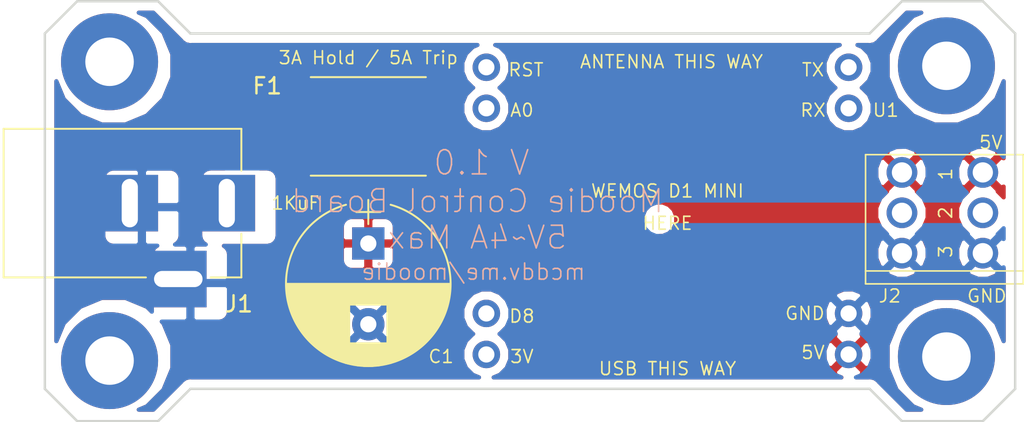
<source format=kicad_pcb>
(kicad_pcb (version 20171130) (host pcbnew "(5.0.0-3-g5ebb6b6)")

  (general
    (thickness 1.6)
    (drawings 21)
    (tracks 1)
    (zones 0)
    (modules 9)
    (nets 10)
  )

  (page A4)
  (layers
    (0 F.Cu signal)
    (31 B.Cu signal)
    (32 B.Adhes user)
    (33 F.Adhes user)
    (34 B.Paste user)
    (35 F.Paste user)
    (36 B.SilkS user)
    (37 F.SilkS user)
    (38 B.Mask user)
    (39 F.Mask user)
    (40 Dwgs.User user)
    (41 Cmts.User user)
    (42 Eco1.User user)
    (43 Eco2.User user)
    (44 Edge.Cuts user)
    (45 Margin user)
    (46 B.CrtYd user)
    (47 F.CrtYd user)
    (48 B.Fab user)
    (49 F.Fab user)
  )

  (setup
    (last_trace_width 0.25)
    (user_trace_width 0.5)
    (trace_clearance 0.2)
    (zone_clearance 0.508)
    (zone_45_only no)
    (trace_min 0.2)
    (segment_width 0.2)
    (edge_width 0.15)
    (via_size 0.8)
    (via_drill 0.4)
    (via_min_size 0.4)
    (via_min_drill 0.3)
    (uvia_size 0.3)
    (uvia_drill 0.1)
    (uvias_allowed no)
    (uvia_min_size 0.2)
    (uvia_min_drill 0.1)
    (pcb_text_width 0.3)
    (pcb_text_size 1.5 1.5)
    (mod_edge_width 0.15)
    (mod_text_size 1 1)
    (mod_text_width 0.15)
    (pad_size 1.524 1.524)
    (pad_drill 0.762)
    (pad_to_mask_clearance 0.2)
    (aux_axis_origin 0 0)
    (visible_elements FFFFFF7F)
    (pcbplotparams
      (layerselection 0x010fc_ffffffff)
      (usegerberextensions false)
      (usegerberattributes true)
      (usegerberadvancedattributes false)
      (creategerberjobfile false)
      (excludeedgelayer true)
      (linewidth 0.100000)
      (plotframeref false)
      (viasonmask false)
      (mode 1)
      (useauxorigin false)
      (hpglpennumber 1)
      (hpglpenspeed 20)
      (hpglpendiameter 15.000000)
      (psnegative false)
      (psa4output false)
      (plotreference true)
      (plotvalue true)
      (plotinvisibletext false)
      (padsonsilk false)
      (subtractmaskfromsilk false)
      (outputformat 1)
      (mirror false)
      (drillshape 0)
      (scaleselection 1)
      (outputdirectory "Gerbers/"))
  )

  (net 0 "")
  (net 1 GND)
  (net 2 +5V)
  (net 3 /D8)
  (net 4 "Net-(U1-Pad9)")
  (net 5 "Net-(U1-Pad10)")
  (net 6 "Net-(U1-Pad1)")
  (net 7 "Net-(U1-Pad2)")
  (net 8 "Net-(U1-Pad8)")
  (net 9 "Net-(F1-Pad2)")

  (net_class Default "This is the default net class."
    (clearance 0.2)
    (trace_width 0.25)
    (via_dia 0.8)
    (via_drill 0.4)
    (uvia_dia 0.3)
    (uvia_drill 0.1)
    (add_net +5V)
    (add_net /D8)
    (add_net GND)
    (add_net "Net-(F1-Pad2)")
    (add_net "Net-(U1-Pad1)")
    (add_net "Net-(U1-Pad10)")
    (add_net "Net-(U1-Pad2)")
    (add_net "Net-(U1-Pad8)")
    (add_net "Net-(U1-Pad9)")
  )

  (module Mounting_Holes:MountingHole_3mm_Pad locked (layer F.Cu) (tedit 5BA8B802) (tstamp 5BA8BFB3)
    (at 102.75 106)
    (descr "Mounting Hole 3mm")
    (tags "mounting hole 3mm")
    (attr virtual)
    (fp_text reference REF** (at 0 -4) (layer F.SilkS) hide
      (effects (font (size 1 1) (thickness 0.15)))
    )
    (fp_text value MountingHole_3mm_Pad (at 0 4) (layer F.Fab) hide
      (effects (font (size 1 1) (thickness 0.15)))
    )
    (fp_circle (center 0 0) (end 3.25 0) (layer F.CrtYd) (width 0.05))
    (fp_circle (center 0 0) (end 3 0) (layer Cmts.User) (width 0.15))
    (fp_text user %R (at 0.3 0) (layer F.Fab)
      (effects (font (size 1 1) (thickness 0.15)))
    )
    (pad 1 thru_hole circle (at 0 0) (size 6 6) (drill 3) (layers *.Cu *.Mask))
  )

  (module Mounting_Holes:MountingHole_3mm_Pad locked (layer F.Cu) (tedit 5BA8B7F5) (tstamp 5BA8BFA5)
    (at 102.75 88)
    (descr "Mounting Hole 3mm")
    (tags "mounting hole 3mm")
    (attr virtual)
    (fp_text reference REF** (at 0 -4) (layer F.SilkS) hide
      (effects (font (size 1 1) (thickness 0.15)))
    )
    (fp_text value MountingHole_3mm_Pad (at 0 4) (layer F.Fab) hide
      (effects (font (size 1 1) (thickness 0.15)))
    )
    (fp_text user %R (at 0.3 0) (layer F.Fab)
      (effects (font (size 1 1) (thickness 0.15)))
    )
    (fp_circle (center 0 0) (end 3 0) (layer Cmts.User) (width 0.15))
    (fp_circle (center 0 0) (end 3.25 0) (layer F.CrtYd) (width 0.05))
    (pad 1 thru_hole circle (at 0 0) (size 6 6) (drill 3) (layers *.Cu *.Mask))
  )

  (module Mounting_Holes:MountingHole_3mm_Pad (layer F.Cu) (tedit 5BA8BA19) (tstamp 5BA8BF97)
    (at 51 106.25)
    (descr "Mounting Hole 3mm")
    (tags "mounting hole 3mm")
    (attr virtual)
    (fp_text reference REF** (at 0 -4) (layer F.SilkS) hide
      (effects (font (size 1 1) (thickness 0.15)))
    )
    (fp_text value MountingHole_3mm_Pad (at 0 4) (layer F.Fab) hide
      (effects (font (size 1 1) (thickness 0.15)))
    )
    (fp_circle (center 0 0) (end 3.25 0) (layer F.CrtYd) (width 0.05))
    (fp_circle (center 0 0) (end 3 0) (layer Cmts.User) (width 0.15))
    (fp_text user %R (at 0.3 0) (layer F.Fab)
      (effects (font (size 1 1) (thickness 0.15)))
    )
    (pad 1 thru_hole circle (at 0 0) (size 6 6) (drill 3) (layers *.Cu *.Mask))
  )

  (module Mounting_Holes:MountingHole_3mm_Pad locked (layer F.Cu) (tedit 5BA8B817) (tstamp 5BA8BF86)
    (at 51 87.75)
    (descr "Mounting Hole 3mm")
    (tags "mounting hole 3mm")
    (attr virtual)
    (fp_text reference REF** (at 0 -4) (layer F.SilkS) hide
      (effects (font (size 1 1) (thickness 0.15)))
    )
    (fp_text value MountingHole_3mm_Pad (at 0 4) (layer F.Fab) hide
      (effects (font (size 1 1) (thickness 0.15)))
    )
    (fp_text user %R (at 0.3 0) (layer F.Fab)
      (effects (font (size 1 1) (thickness 0.15)))
    )
    (fp_circle (center 0 0) (end 3 0) (layer Cmts.User) (width 0.15))
    (fp_circle (center 0 0) (end 3.25 0) (layer F.CrtYd) (width 0.05))
    (pad 1 thru_hole circle (at 0 0) (size 6 6) (drill 3) (layers *.Cu *.Mask))
  )

  (module Custom_Parts:Spring_Conn_3Pin (layer F.Cu) (tedit 5BA90014) (tstamp 5BA9002C)
    (at 102.5 97 270)
    (path /5BA3A86F)
    (fp_text reference J2 (at 5.25 3.25) (layer F.SilkS)
      (effects (font (size 0.8 0.8) (thickness 0.1)))
    )
    (fp_text value Conn_01x03_Female (at -4.25 -0.25) (layer F.Fab) hide
      (effects (font (size 0.8 0.8) (thickness 0.1)))
    )
    (fp_line (start 3.7 4.75) (end 3.7 -5) (layer F.SilkS) (width 0.1))
    (fp_line (start -3.5 -5) (end 4.5 -5) (layer F.SilkS) (width 0.1))
    (fp_line (start -3.5 4.75) (end 4.5 4.75) (layer F.SilkS) (width 0.1))
    (fp_line (start 4.5 4.75) (end 4.5 -5) (layer F.SilkS) (width 0.1))
    (fp_line (start -3.5 4.75) (end -3.5 -5) (layer F.SilkS) (width 0.1))
    (fp_text user 3 (at 2.5 -0.2 270) (layer F.SilkS)
      (effects (font (size 0.8 0.8) (thickness 0.1)))
    )
    (fp_text user 2 (at 0.1 -0.2 270) (layer F.SilkS)
      (effects (font (size 0.8 0.8) (thickness 0.1)))
    )
    (fp_text user 1 (at -2.3 -0.2 270) (layer F.SilkS)
      (effects (font (size 0.8 0.8) (thickness 0.1)))
    )
    (pad 1 thru_hole circle (at -2.4 2.5 270) (size 1.9 1.9) (drill 1.25) (layers *.Cu *.Mask)
      (net 2 +5V))
    (pad 3 thru_hole circle (at 2.6 2.5 270) (size 1.9 1.9) (drill 1.25) (layers *.Cu *.Mask)
      (net 1 GND))
    (pad 2 thru_hole circle (at 0.1 2.5 270) (size 1.9 1.9) (drill 1.25) (layers *.Cu *.Mask)
      (net 3 /D8))
    (pad 1 thru_hole circle (at -2.4 -2.5 270) (size 1.9 1.9) (drill 1.25) (layers *.Cu *.Mask)
      (net 2 +5V))
    (pad 2 thru_hole circle (at 0.1 -2.5 270) (size 1.9 1.9) (drill 1.25) (layers *.Cu *.Mask)
      (net 3 /D8))
    (pad 3 thru_hole circle (at 2.6 -2.5 270) (size 1.9 1.9) (drill 1.25) (layers *.Cu *.Mask)
      (net 1 GND))
  )

  (module Capacitors_THT:CP_Radial_D10.0mm_P5.00mm (layer F.Cu) (tedit 5BA90038) (tstamp 5BA8DA5E)
    (at 67 99 270)
    (descr "CP, Radial series, Radial, pin pitch=5.00mm, , diameter=10mm, Electrolytic Capacitor")
    (tags "CP Radial series Radial pin pitch 5.00mm  diameter 10mm Electrolytic Capacitor")
    (path /5BA3A90C)
    (fp_text reference C1 (at 7 -4.5) (layer F.SilkS)
      (effects (font (size 0.8 0.8) (thickness 0.1)))
    )
    (fp_text value 1KuF (at -2.5 4.5) (layer F.SilkS)
      (effects (font (size 0.8 0.8) (thickness 0.1)))
    )
    (fp_text user %R (at 2.5 0 270) (layer F.Fab) hide
      (effects (font (size 1 1) (thickness 0.15)))
    )
    (fp_line (start 7.85 -5.35) (end -2.85 -5.35) (layer F.CrtYd) (width 0.05))
    (fp_line (start 7.85 5.35) (end 7.85 -5.35) (layer F.CrtYd) (width 0.05))
    (fp_line (start -2.85 5.35) (end 7.85 5.35) (layer F.CrtYd) (width 0.05))
    (fp_line (start -2.85 -5.35) (end -2.85 5.35) (layer F.CrtYd) (width 0.05))
    (fp_line (start -1.95 -0.75) (end -1.95 0.75) (layer F.SilkS) (width 0.12))
    (fp_line (start -2.7 0) (end -1.2 0) (layer F.SilkS) (width 0.12))
    (fp_line (start 7.581 -0.279) (end 7.581 0.279) (layer F.SilkS) (width 0.12))
    (fp_line (start 7.541 -0.672) (end 7.541 0.672) (layer F.SilkS) (width 0.12))
    (fp_line (start 7.501 -0.913) (end 7.501 0.913) (layer F.SilkS) (width 0.12))
    (fp_line (start 7.461 -1.104) (end 7.461 1.104) (layer F.SilkS) (width 0.12))
    (fp_line (start 7.421 -1.265) (end 7.421 1.265) (layer F.SilkS) (width 0.12))
    (fp_line (start 7.381 -1.407) (end 7.381 1.407) (layer F.SilkS) (width 0.12))
    (fp_line (start 7.341 -1.536) (end 7.341 1.536) (layer F.SilkS) (width 0.12))
    (fp_line (start 7.301 -1.654) (end 7.301 1.654) (layer F.SilkS) (width 0.12))
    (fp_line (start 7.261 -1.763) (end 7.261 1.763) (layer F.SilkS) (width 0.12))
    (fp_line (start 7.221 -1.866) (end 7.221 1.866) (layer F.SilkS) (width 0.12))
    (fp_line (start 7.181 -1.962) (end 7.181 1.962) (layer F.SilkS) (width 0.12))
    (fp_line (start 7.141 -2.053) (end 7.141 2.053) (layer F.SilkS) (width 0.12))
    (fp_line (start 7.101 -2.14) (end 7.101 2.14) (layer F.SilkS) (width 0.12))
    (fp_line (start 7.061 -2.222) (end 7.061 2.222) (layer F.SilkS) (width 0.12))
    (fp_line (start 7.021 -2.301) (end 7.021 2.301) (layer F.SilkS) (width 0.12))
    (fp_line (start 6.981 -2.377) (end 6.981 2.377) (layer F.SilkS) (width 0.12))
    (fp_line (start 6.941 -2.449) (end 6.941 2.449) (layer F.SilkS) (width 0.12))
    (fp_line (start 6.901 -2.519) (end 6.901 2.519) (layer F.SilkS) (width 0.12))
    (fp_line (start 6.861 -2.587) (end 6.861 2.587) (layer F.SilkS) (width 0.12))
    (fp_line (start 6.821 -2.652) (end 6.821 2.652) (layer F.SilkS) (width 0.12))
    (fp_line (start 6.781 -2.715) (end 6.781 2.715) (layer F.SilkS) (width 0.12))
    (fp_line (start 6.741 -2.777) (end 6.741 2.777) (layer F.SilkS) (width 0.12))
    (fp_line (start 6.701 -2.836) (end 6.701 2.836) (layer F.SilkS) (width 0.12))
    (fp_line (start 6.661 -2.894) (end 6.661 2.894) (layer F.SilkS) (width 0.12))
    (fp_line (start 6.621 -2.949) (end 6.621 2.949) (layer F.SilkS) (width 0.12))
    (fp_line (start 6.581 -3.004) (end 6.581 3.004) (layer F.SilkS) (width 0.12))
    (fp_line (start 6.541 -3.057) (end 6.541 3.057) (layer F.SilkS) (width 0.12))
    (fp_line (start 6.501 -3.108) (end 6.501 3.108) (layer F.SilkS) (width 0.12))
    (fp_line (start 6.461 -3.158) (end 6.461 3.158) (layer F.SilkS) (width 0.12))
    (fp_line (start 6.421 -3.207) (end 6.421 3.207) (layer F.SilkS) (width 0.12))
    (fp_line (start 6.381 -3.255) (end 6.381 3.255) (layer F.SilkS) (width 0.12))
    (fp_line (start 6.341 -3.302) (end 6.341 3.302) (layer F.SilkS) (width 0.12))
    (fp_line (start 6.301 -3.347) (end 6.301 3.347) (layer F.SilkS) (width 0.12))
    (fp_line (start 6.261 -3.391) (end 6.261 3.391) (layer F.SilkS) (width 0.12))
    (fp_line (start 6.221 -3.435) (end 6.221 3.435) (layer F.SilkS) (width 0.12))
    (fp_line (start 6.181 -3.477) (end 6.181 3.477) (layer F.SilkS) (width 0.12))
    (fp_line (start 6.141 1.181) (end 6.141 3.518) (layer F.SilkS) (width 0.12))
    (fp_line (start 6.141 -3.518) (end 6.141 -1.181) (layer F.SilkS) (width 0.12))
    (fp_line (start 6.101 1.181) (end 6.101 3.559) (layer F.SilkS) (width 0.12))
    (fp_line (start 6.101 -3.559) (end 6.101 -1.181) (layer F.SilkS) (width 0.12))
    (fp_line (start 6.061 1.181) (end 6.061 3.598) (layer F.SilkS) (width 0.12))
    (fp_line (start 6.061 -3.598) (end 6.061 -1.181) (layer F.SilkS) (width 0.12))
    (fp_line (start 6.021 1.181) (end 6.021 3.637) (layer F.SilkS) (width 0.12))
    (fp_line (start 6.021 -3.637) (end 6.021 -1.181) (layer F.SilkS) (width 0.12))
    (fp_line (start 5.981 1.181) (end 5.981 3.675) (layer F.SilkS) (width 0.12))
    (fp_line (start 5.981 -3.675) (end 5.981 -1.181) (layer F.SilkS) (width 0.12))
    (fp_line (start 5.941 1.181) (end 5.941 3.712) (layer F.SilkS) (width 0.12))
    (fp_line (start 5.941 -3.712) (end 5.941 -1.181) (layer F.SilkS) (width 0.12))
    (fp_line (start 5.901 1.181) (end 5.901 3.748) (layer F.SilkS) (width 0.12))
    (fp_line (start 5.901 -3.748) (end 5.901 -1.181) (layer F.SilkS) (width 0.12))
    (fp_line (start 5.861 1.181) (end 5.861 3.784) (layer F.SilkS) (width 0.12))
    (fp_line (start 5.861 -3.784) (end 5.861 -1.181) (layer F.SilkS) (width 0.12))
    (fp_line (start 5.821 1.181) (end 5.821 3.819) (layer F.SilkS) (width 0.12))
    (fp_line (start 5.821 -3.819) (end 5.821 -1.181) (layer F.SilkS) (width 0.12))
    (fp_line (start 5.781 1.181) (end 5.781 3.853) (layer F.SilkS) (width 0.12))
    (fp_line (start 5.781 -3.853) (end 5.781 -1.181) (layer F.SilkS) (width 0.12))
    (fp_line (start 5.741 1.181) (end 5.741 3.886) (layer F.SilkS) (width 0.12))
    (fp_line (start 5.741 -3.886) (end 5.741 -1.181) (layer F.SilkS) (width 0.12))
    (fp_line (start 5.701 1.181) (end 5.701 3.919) (layer F.SilkS) (width 0.12))
    (fp_line (start 5.701 -3.919) (end 5.701 -1.181) (layer F.SilkS) (width 0.12))
    (fp_line (start 5.661 1.181) (end 5.661 3.951) (layer F.SilkS) (width 0.12))
    (fp_line (start 5.661 -3.951) (end 5.661 -1.181) (layer F.SilkS) (width 0.12))
    (fp_line (start 5.621 1.181) (end 5.621 3.982) (layer F.SilkS) (width 0.12))
    (fp_line (start 5.621 -3.982) (end 5.621 -1.181) (layer F.SilkS) (width 0.12))
    (fp_line (start 5.581 1.181) (end 5.581 4.013) (layer F.SilkS) (width 0.12))
    (fp_line (start 5.581 -4.013) (end 5.581 -1.181) (layer F.SilkS) (width 0.12))
    (fp_line (start 5.541 1.181) (end 5.541 4.043) (layer F.SilkS) (width 0.12))
    (fp_line (start 5.541 -4.043) (end 5.541 -1.181) (layer F.SilkS) (width 0.12))
    (fp_line (start 5.501 1.181) (end 5.501 4.072) (layer F.SilkS) (width 0.12))
    (fp_line (start 5.501 -4.072) (end 5.501 -1.181) (layer F.SilkS) (width 0.12))
    (fp_line (start 5.461 1.181) (end 5.461 4.101) (layer F.SilkS) (width 0.12))
    (fp_line (start 5.461 -4.101) (end 5.461 -1.181) (layer F.SilkS) (width 0.12))
    (fp_line (start 5.421 1.181) (end 5.421 4.13) (layer F.SilkS) (width 0.12))
    (fp_line (start 5.421 -4.13) (end 5.421 -1.181) (layer F.SilkS) (width 0.12))
    (fp_line (start 5.381 1.181) (end 5.381 4.157) (layer F.SilkS) (width 0.12))
    (fp_line (start 5.381 -4.157) (end 5.381 -1.181) (layer F.SilkS) (width 0.12))
    (fp_line (start 5.341 1.181) (end 5.341 4.185) (layer F.SilkS) (width 0.12))
    (fp_line (start 5.341 -4.185) (end 5.341 -1.181) (layer F.SilkS) (width 0.12))
    (fp_line (start 5.301 1.181) (end 5.301 4.211) (layer F.SilkS) (width 0.12))
    (fp_line (start 5.301 -4.211) (end 5.301 -1.181) (layer F.SilkS) (width 0.12))
    (fp_line (start 5.261 1.181) (end 5.261 4.237) (layer F.SilkS) (width 0.12))
    (fp_line (start 5.261 -4.237) (end 5.261 -1.181) (layer F.SilkS) (width 0.12))
    (fp_line (start 5.221 1.181) (end 5.221 4.263) (layer F.SilkS) (width 0.12))
    (fp_line (start 5.221 -4.263) (end 5.221 -1.181) (layer F.SilkS) (width 0.12))
    (fp_line (start 5.181 1.181) (end 5.181 4.288) (layer F.SilkS) (width 0.12))
    (fp_line (start 5.181 -4.288) (end 5.181 -1.181) (layer F.SilkS) (width 0.12))
    (fp_line (start 5.141 1.181) (end 5.141 4.312) (layer F.SilkS) (width 0.12))
    (fp_line (start 5.141 -4.312) (end 5.141 -1.181) (layer F.SilkS) (width 0.12))
    (fp_line (start 5.101 1.181) (end 5.101 4.336) (layer F.SilkS) (width 0.12))
    (fp_line (start 5.101 -4.336) (end 5.101 -1.181) (layer F.SilkS) (width 0.12))
    (fp_line (start 5.061 1.181) (end 5.061 4.36) (layer F.SilkS) (width 0.12))
    (fp_line (start 5.061 -4.36) (end 5.061 -1.181) (layer F.SilkS) (width 0.12))
    (fp_line (start 5.021 1.181) (end 5.021 4.383) (layer F.SilkS) (width 0.12))
    (fp_line (start 5.021 -4.383) (end 5.021 -1.181) (layer F.SilkS) (width 0.12))
    (fp_line (start 4.981 1.181) (end 4.981 4.405) (layer F.SilkS) (width 0.12))
    (fp_line (start 4.981 -4.405) (end 4.981 -1.181) (layer F.SilkS) (width 0.12))
    (fp_line (start 4.941 1.181) (end 4.941 4.428) (layer F.SilkS) (width 0.12))
    (fp_line (start 4.941 -4.428) (end 4.941 -1.181) (layer F.SilkS) (width 0.12))
    (fp_line (start 4.901 1.181) (end 4.901 4.449) (layer F.SilkS) (width 0.12))
    (fp_line (start 4.901 -4.449) (end 4.901 -1.181) (layer F.SilkS) (width 0.12))
    (fp_line (start 4.861 1.181) (end 4.861 4.47) (layer F.SilkS) (width 0.12))
    (fp_line (start 4.861 -4.47) (end 4.861 -1.181) (layer F.SilkS) (width 0.12))
    (fp_line (start 4.821 1.181) (end 4.821 4.491) (layer F.SilkS) (width 0.12))
    (fp_line (start 4.821 -4.491) (end 4.821 -1.181) (layer F.SilkS) (width 0.12))
    (fp_line (start 4.781 1.181) (end 4.781 4.511) (layer F.SilkS) (width 0.12))
    (fp_line (start 4.781 -4.511) (end 4.781 -1.181) (layer F.SilkS) (width 0.12))
    (fp_line (start 4.741 1.181) (end 4.741 4.531) (layer F.SilkS) (width 0.12))
    (fp_line (start 4.741 -4.531) (end 4.741 -1.181) (layer F.SilkS) (width 0.12))
    (fp_line (start 4.701 1.181) (end 4.701 4.55) (layer F.SilkS) (width 0.12))
    (fp_line (start 4.701 -4.55) (end 4.701 -1.181) (layer F.SilkS) (width 0.12))
    (fp_line (start 4.661 1.181) (end 4.661 4.569) (layer F.SilkS) (width 0.12))
    (fp_line (start 4.661 -4.569) (end 4.661 -1.181) (layer F.SilkS) (width 0.12))
    (fp_line (start 4.621 1.181) (end 4.621 4.588) (layer F.SilkS) (width 0.12))
    (fp_line (start 4.621 -4.588) (end 4.621 -1.181) (layer F.SilkS) (width 0.12))
    (fp_line (start 4.581 1.181) (end 4.581 4.606) (layer F.SilkS) (width 0.12))
    (fp_line (start 4.581 -4.606) (end 4.581 -1.181) (layer F.SilkS) (width 0.12))
    (fp_line (start 4.541 1.181) (end 4.541 4.624) (layer F.SilkS) (width 0.12))
    (fp_line (start 4.541 -4.624) (end 4.541 -1.181) (layer F.SilkS) (width 0.12))
    (fp_line (start 4.501 1.181) (end 4.501 4.641) (layer F.SilkS) (width 0.12))
    (fp_line (start 4.501 -4.641) (end 4.501 -1.181) (layer F.SilkS) (width 0.12))
    (fp_line (start 4.461 1.181) (end 4.461 4.658) (layer F.SilkS) (width 0.12))
    (fp_line (start 4.461 -4.658) (end 4.461 -1.181) (layer F.SilkS) (width 0.12))
    (fp_line (start 4.421 1.181) (end 4.421 4.674) (layer F.SilkS) (width 0.12))
    (fp_line (start 4.421 -4.674) (end 4.421 -1.181) (layer F.SilkS) (width 0.12))
    (fp_line (start 4.381 1.181) (end 4.381 4.691) (layer F.SilkS) (width 0.12))
    (fp_line (start 4.381 -4.691) (end 4.381 -1.181) (layer F.SilkS) (width 0.12))
    (fp_line (start 4.341 1.181) (end 4.341 4.706) (layer F.SilkS) (width 0.12))
    (fp_line (start 4.341 -4.706) (end 4.341 -1.181) (layer F.SilkS) (width 0.12))
    (fp_line (start 4.301 1.181) (end 4.301 4.722) (layer F.SilkS) (width 0.12))
    (fp_line (start 4.301 -4.722) (end 4.301 -1.181) (layer F.SilkS) (width 0.12))
    (fp_line (start 4.261 1.181) (end 4.261 4.737) (layer F.SilkS) (width 0.12))
    (fp_line (start 4.261 -4.737) (end 4.261 -1.181) (layer F.SilkS) (width 0.12))
    (fp_line (start 4.221 1.181) (end 4.221 4.751) (layer F.SilkS) (width 0.12))
    (fp_line (start 4.221 -4.751) (end 4.221 -1.181) (layer F.SilkS) (width 0.12))
    (fp_line (start 4.181 1.181) (end 4.181 4.765) (layer F.SilkS) (width 0.12))
    (fp_line (start 4.181 -4.765) (end 4.181 -1.181) (layer F.SilkS) (width 0.12))
    (fp_line (start 4.141 1.181) (end 4.141 4.779) (layer F.SilkS) (width 0.12))
    (fp_line (start 4.141 -4.779) (end 4.141 -1.181) (layer F.SilkS) (width 0.12))
    (fp_line (start 4.101 1.181) (end 4.101 4.792) (layer F.SilkS) (width 0.12))
    (fp_line (start 4.101 -4.792) (end 4.101 -1.181) (layer F.SilkS) (width 0.12))
    (fp_line (start 4.061 1.181) (end 4.061 4.806) (layer F.SilkS) (width 0.12))
    (fp_line (start 4.061 -4.806) (end 4.061 -1.181) (layer F.SilkS) (width 0.12))
    (fp_line (start 4.021 1.181) (end 4.021 4.818) (layer F.SilkS) (width 0.12))
    (fp_line (start 4.021 -4.818) (end 4.021 -1.181) (layer F.SilkS) (width 0.12))
    (fp_line (start 3.981 1.181) (end 3.981 4.831) (layer F.SilkS) (width 0.12))
    (fp_line (start 3.981 -4.831) (end 3.981 -1.181) (layer F.SilkS) (width 0.12))
    (fp_line (start 3.941 1.181) (end 3.941 4.843) (layer F.SilkS) (width 0.12))
    (fp_line (start 3.941 -4.843) (end 3.941 -1.181) (layer F.SilkS) (width 0.12))
    (fp_line (start 3.901 1.181) (end 3.901 4.854) (layer F.SilkS) (width 0.12))
    (fp_line (start 3.901 -4.854) (end 3.901 -1.181) (layer F.SilkS) (width 0.12))
    (fp_line (start 3.861 1.181) (end 3.861 4.865) (layer F.SilkS) (width 0.12))
    (fp_line (start 3.861 -4.865) (end 3.861 -1.181) (layer F.SilkS) (width 0.12))
    (fp_line (start 3.821 1.181) (end 3.821 4.876) (layer F.SilkS) (width 0.12))
    (fp_line (start 3.821 -4.876) (end 3.821 -1.181) (layer F.SilkS) (width 0.12))
    (fp_line (start 3.781 -4.887) (end 3.781 4.887) (layer F.SilkS) (width 0.12))
    (fp_line (start 3.741 -4.897) (end 3.741 4.897) (layer F.SilkS) (width 0.12))
    (fp_line (start 3.701 -4.907) (end 3.701 4.907) (layer F.SilkS) (width 0.12))
    (fp_line (start 3.661 -4.917) (end 3.661 4.917) (layer F.SilkS) (width 0.12))
    (fp_line (start 3.621 -4.926) (end 3.621 4.926) (layer F.SilkS) (width 0.12))
    (fp_line (start 3.581 -4.935) (end 3.581 4.935) (layer F.SilkS) (width 0.12))
    (fp_line (start 3.541 -4.943) (end 3.541 4.943) (layer F.SilkS) (width 0.12))
    (fp_line (start 3.501 -4.951) (end 3.501 4.951) (layer F.SilkS) (width 0.12))
    (fp_line (start 3.461 -4.959) (end 3.461 4.959) (layer F.SilkS) (width 0.12))
    (fp_line (start 3.421 -4.967) (end 3.421 4.967) (layer F.SilkS) (width 0.12))
    (fp_line (start 3.381 -4.974) (end 3.381 4.974) (layer F.SilkS) (width 0.12))
    (fp_line (start 3.341 -4.981) (end 3.341 4.981) (layer F.SilkS) (width 0.12))
    (fp_line (start 3.301 -4.987) (end 3.301 4.987) (layer F.SilkS) (width 0.12))
    (fp_line (start 3.261 -4.993) (end 3.261 4.993) (layer F.SilkS) (width 0.12))
    (fp_line (start 3.221 -4.999) (end 3.221 4.999) (layer F.SilkS) (width 0.12))
    (fp_line (start 3.18 -5.005) (end 3.18 5.005) (layer F.SilkS) (width 0.12))
    (fp_line (start 3.14 -5.01) (end 3.14 5.01) (layer F.SilkS) (width 0.12))
    (fp_line (start 3.1 -5.015) (end 3.1 5.015) (layer F.SilkS) (width 0.12))
    (fp_line (start 3.06 -5.02) (end 3.06 5.02) (layer F.SilkS) (width 0.12))
    (fp_line (start 3.02 -5.024) (end 3.02 5.024) (layer F.SilkS) (width 0.12))
    (fp_line (start 2.98 -5.028) (end 2.98 5.028) (layer F.SilkS) (width 0.12))
    (fp_line (start 2.94 -5.031) (end 2.94 5.031) (layer F.SilkS) (width 0.12))
    (fp_line (start 2.9 -5.035) (end 2.9 5.035) (layer F.SilkS) (width 0.12))
    (fp_line (start 2.86 -5.038) (end 2.86 5.038) (layer F.SilkS) (width 0.12))
    (fp_line (start 2.82 -5.04) (end 2.82 5.04) (layer F.SilkS) (width 0.12))
    (fp_line (start 2.78 -5.043) (end 2.78 5.043) (layer F.SilkS) (width 0.12))
    (fp_line (start 2.74 -5.045) (end 2.74 5.045) (layer F.SilkS) (width 0.12))
    (fp_line (start 2.7 -5.047) (end 2.7 5.047) (layer F.SilkS) (width 0.12))
    (fp_line (start 2.66 -5.048) (end 2.66 5.048) (layer F.SilkS) (width 0.12))
    (fp_line (start 2.62 -5.049) (end 2.62 5.049) (layer F.SilkS) (width 0.12))
    (fp_line (start 2.58 -5.05) (end 2.58 5.05) (layer F.SilkS) (width 0.12))
    (fp_line (start 2.54 -5.05) (end 2.54 5.05) (layer F.SilkS) (width 0.12))
    (fp_line (start 2.5 -5.05) (end 2.5 5.05) (layer F.SilkS) (width 0.12))
    (fp_line (start -1.95 -0.75) (end -1.95 0.75) (layer F.Fab) (width 0.1))
    (fp_line (start -2.7 0) (end -1.2 0) (layer F.Fab) (width 0.1))
    (fp_circle (center 2.5 0) (end 7.5 0) (layer F.Fab) (width 0.1))
    (fp_arc (start 2.5 0) (end 7.399357 -1.38) (angle 31.5) (layer F.SilkS) (width 0.12))
    (fp_arc (start 2.5 0) (end -2.399357 1.38) (angle -148.5) (layer F.SilkS) (width 0.12))
    (fp_arc (start 2.5 0) (end -2.399357 -1.38) (angle 148.5) (layer F.SilkS) (width 0.12))
    (pad 2 thru_hole circle (at 5 0 270) (size 2 2) (drill 1) (layers *.Cu *.Mask)
      (net 1 GND))
    (pad 1 thru_hole rect (at 0 0 270) (size 2 2) (drill 1) (layers *.Cu *.Mask)
      (net 2 +5V))
    (model ${KISYS3DMOD}/Capacitors_THT.3dshapes/CP_Radial_D10.0mm_P5.00mm.wrl
      (at (xyz 0 0 0))
      (scale (xyz 1 1 1))
      (rotate (xyz 0 0 0))
    )
  )

  (module Custom_Parts:WeMos_D1_Mini_Minimal_Connector (layer F.Cu) (tedit 5BA9000F) (tstamp 5BA90044)
    (at 85.5 96.75)
    (path /5BA3A736)
    (fp_text reference U1 (at 13.5 -6) (layer F.SilkS)
      (effects (font (size 0.8 0.8) (thickness 0.1)))
    )
    (fp_text value WEMOS_D1_MINI (at 0 12) (layer F.Fab) hide
      (effects (font (size 0.8 0.8) (thickness 0.1)))
    )
    (fp_text user 5V (at 9 9) (layer F.SilkS)
      (effects (font (size 0.8 0.8) (thickness 0.1)))
    )
    (fp_text user GND (at 8.5 6.58) (layer F.SilkS)
      (effects (font (size 0.8 0.8) (thickness 0.1)))
    )
    (fp_text user "ANTENNA THIS WAY" (at 0.25 -9) (layer F.SilkS)
      (effects (font (size 0.8 0.8) (thickness 0.1)))
    )
    (fp_text user "USB THIS WAY" (at 0 10) (layer F.SilkS)
      (effects (font (size 0.8 0.8) (thickness 0.1)))
    )
    (fp_text user "WEMOS D1 MINI" (at 0 -1) (layer F.SilkS)
      (effects (font (size 0.8 0.8) (thickness 0.1)))
    )
    (fp_text user A0 (at -9 -6) (layer F.SilkS)
      (effects (font (size 0.8 0.8) (thickness 0.1)))
    )
    (fp_text user D8 (at -9 6.75) (layer F.SilkS)
      (effects (font (size 0.8 0.8) (thickness 0.1)))
    )
    (fp_text user 3V (at -9 9.25) (layer F.SilkS)
      (effects (font (size 0.8 0.8) (thickness 0.1)))
    )
    (fp_text user RX (at 9 -6) (layer F.SilkS)
      (effects (font (size 0.8 0.8) (thickness 0.1)))
    )
    (fp_text user TX (at 9 -8.5) (layer F.SilkS)
      (effects (font (size 0.8 0.8) (thickness 0.1)))
    )
    (fp_text user RST (at -8.75 -8.5 180) (layer F.SilkS)
      (effects (font (size 0.8 0.8) (thickness 0.1)))
    )
    (fp_text user HERE (at 0 1) (layer F.SilkS)
      (effects (font (size 0.8 0.8) (thickness 0.1)))
    )
    (pad 9 thru_hole circle (at 11.2 -8.66) (size 1.7 1.7) (drill 1) (layers *.Cu *.Mask)
      (net 4 "Net-(U1-Pad9)"))
    (pad 10 thru_hole circle (at 11.2 -6.12) (size 1.7 1.7) (drill 1) (layers *.Cu *.Mask)
      (net 5 "Net-(U1-Pad10)"))
    (pad 15 thru_hole circle (at 11.2 6.58) (size 1.7 1.7) (drill 1) (layers *.Cu *.Mask)
      (net 1 GND))
    (pad 16 thru_hole circle (at 11.2 9.12) (size 1.7 1.7) (drill 1) (layers *.Cu *.Mask)
      (net 2 +5V))
    (pad 1 thru_hole circle (at -11.2 -8.66) (size 1.7 1.7) (drill 1) (layers *.Cu *.Mask)
      (net 6 "Net-(U1-Pad1)"))
    (pad 2 thru_hole circle (at -11.2 -6.12) (size 1.7 1.7) (drill 1) (layers *.Cu *.Mask)
      (net 7 "Net-(U1-Pad2)"))
    (pad 7 thru_hole circle (at -11.2 6.58) (size 1.7 1.7) (drill 1) (layers *.Cu *.Mask)
      (net 3 /D8))
    (pad 8 thru_hole circle (at -11.2 9.12) (size 1.7 1.7) (drill 1) (layers *.Cu *.Mask)
      (net 8 "Net-(U1-Pad8)"))
  )

  (module Connectors:BARREL_JACK (layer F.Cu) (tedit 5C94BC6E) (tstamp 5CADF970)
    (at 58.25 96.5)
    (descr "DC Barrel Jack")
    (tags "Power Jack")
    (path /5BA3AF11)
    (fp_text reference J1 (at 0.75 6.25 180) (layer F.SilkS)
      (effects (font (size 1 1) (thickness 0.15)))
    )
    (fp_text value Barrel_Jack (at 4 0 90) (layer F.SilkS) hide
      (effects (font (size 1 1) (thickness 0.15)))
    )
    (fp_line (start 0.8 -4.5) (end -13.7 -4.5) (layer F.Fab) (width 0.1))
    (fp_line (start 0.8 4.5) (end 0.8 -4.5) (layer F.Fab) (width 0.1))
    (fp_line (start -13.7 4.5) (end 0.8 4.5) (layer F.Fab) (width 0.1))
    (fp_line (start -13.7 -4.5) (end -13.7 4.5) (layer F.Fab) (width 0.1))
    (fp_line (start -10.2 -4.5) (end -10.2 4.5) (layer F.Fab) (width 0.1))
    (fp_line (start 0.9 -4.6) (end 0.9 -2) (layer F.SilkS) (width 0.12))
    (fp_line (start -13.8 -4.6) (end 0.9 -4.6) (layer F.SilkS) (width 0.12))
    (fp_line (start 0.9 4.6) (end -1 4.6) (layer F.SilkS) (width 0.12))
    (fp_line (start 0.9 1.9) (end 0.9 4.6) (layer F.SilkS) (width 0.12))
    (fp_line (start -13.8 4.6) (end -13.8 -4.6) (layer F.SilkS) (width 0.12))
    (fp_line (start -5 4.6) (end -13.8 4.6) (layer F.SilkS) (width 0.12))
    (fp_line (start -14 4.75) (end -14 -4.75) (layer F.CrtYd) (width 0.05))
    (fp_line (start -5 4.75) (end -14 4.75) (layer F.CrtYd) (width 0.05))
    (fp_line (start -5 6.75) (end -5 4.75) (layer F.CrtYd) (width 0.05))
    (fp_line (start -1 6.75) (end -5 6.75) (layer F.CrtYd) (width 0.05))
    (fp_line (start -1 4.75) (end -1 6.75) (layer F.CrtYd) (width 0.05))
    (fp_line (start 1 4.75) (end -1 4.75) (layer F.CrtYd) (width 0.05))
    (fp_line (start 1 2) (end 1 4.75) (layer F.CrtYd) (width 0.05))
    (fp_line (start 2 2) (end 1 2) (layer F.CrtYd) (width 0.05))
    (fp_line (start 2 -2) (end 2 2) (layer F.CrtYd) (width 0.05))
    (fp_line (start 1 -2) (end 2 -2) (layer F.CrtYd) (width 0.05))
    (fp_line (start 1 -4.5) (end 1 -2) (layer F.CrtYd) (width 0.05))
    (fp_line (start 1 -4.75) (end -14 -4.75) (layer F.CrtYd) (width 0.05))
    (fp_line (start 1 -4.5) (end 1 -4.75) (layer F.CrtYd) (width 0.05))
    (pad 3 thru_hole rect (at -3 4.7) (size 3.5 3.5) (drill oval 3 1) (layers *.Cu *.Mask)
      (net 1 GND))
    (pad 2 thru_hole rect (at -6 0) (size 3.5 3.5) (drill oval 1 3) (layers *.Cu *.Mask)
      (net 1 GND))
    (pad 1 thru_hole rect (at 0 0) (size 3.5 3.5) (drill oval 1 3) (layers *.Cu *.Mask)
      (net 9 "Net-(F1-Pad2)"))
  )

  (module Fuse_Holders_and_Fuses:Fuse_SMD2920 (layer F.Cu) (tedit 5CADF48D) (tstamp 5CADF49B)
    (at 67 91.75 180)
    (descr "Fuse, 2920 chip size")
    (tags "Fuse SMD2920")
    (path /5CADECDD)
    (attr smd)
    (fp_text reference F1 (at 6.25 2.5 180) (layer F.SilkS)
      (effects (font (size 1 1) (thickness 0.15)))
    )
    (fp_text value "3A Hold / 5A Trip" (at 0 4.25 180) (layer F.SilkS)
      (effects (font (size 0.8 0.8) (thickness 0.1)))
    )
    (fp_line (start -3.56 3.05) (end 3.56 3.05) (layer F.SilkS) (width 0.12))
    (fp_line (start -3.56 -3.05) (end 3.56 -3.05) (layer F.SilkS) (width 0.12))
    (fp_line (start -5.1 -3.3) (end 5.1 -3.3) (layer F.CrtYd) (width 0.05))
    (fp_line (start -5.1 3.3) (end 5.1 3.3) (layer F.CrtYd) (width 0.05))
    (fp_line (start -5.1 -3.3) (end -5.1 3.3) (layer F.CrtYd) (width 0.05))
    (fp_line (start 5.1 -3.3) (end 5.1 3.3) (layer F.CrtYd) (width 0.05))
    (fp_line (start -3.7 2.55) (end -3.7 -2.55) (layer F.Fab) (width 0.1))
    (fp_line (start 3.7 2.55) (end -3.7 2.55) (layer F.Fab) (width 0.1))
    (fp_line (start 3.7 -2.55) (end 3.7 2.55) (layer F.Fab) (width 0.1))
    (fp_line (start -3.7 -2.55) (end 3.7 -2.55) (layer F.Fab) (width 0.1))
    (pad 2 smd rect (at 3.7 0 270) (size 5.6 2.3) (layers F.Cu F.Paste F.Mask)
      (net 9 "Net-(F1-Pad2)"))
    (pad 1 smd rect (at -3.7 0 270) (size 5.6 2.3) (layers F.Cu F.Paste F.Mask)
      (net 2 +5V))
  )

  (gr_text "V 1.0\n" (at 74 94) (layer B.SilkS) (tstamp 5BA8EF0B)
    (effects (font (size 1.5 1.5) (thickness 0.1)) (justify mirror))
  )
  (gr_text "mcddv.me/moodie\n" (at 73.5 100.75) (layer B.SilkS) (tstamp 5BA8EF05)
    (effects (font (size 1 1) (thickness 0.1)) (justify mirror))
  )
  (gr_text "Moodie Control Board\n5V~~4A Max\n" (at 73.75 97.5) (layer B.SilkS)
    (effects (font (size 1.4 1.4) (thickness 0.1)) (justify mirror))
  )
  (gr_line (start 105 84) (end 107 86) (layer Edge.Cuts) (width 0.15))
  (gr_line (start 105 110) (end 107 108) (layer Edge.Cuts) (width 0.15))
  (gr_line (start 47 108) (end 49 110) (layer Edge.Cuts) (width 0.15))
  (gr_line (start 47 86) (end 49 84) (layer Edge.Cuts) (width 0.15))
  (gr_text 5V (at 105.5 92.75) (layer F.SilkS) (tstamp 5BA8CB77)
    (effects (font (size 0.8 0.8) (thickness 0.1)))
  )
  (gr_text GND (at 105.25 102.25) (layer F.SilkS)
    (effects (font (size 0.8 0.8) (thickness 0.1)))
  )
  (gr_line (start 107 86) (end 107 108) (layer Edge.Cuts) (width 0.15))
  (gr_line (start 100 110) (end 105 110) (layer Edge.Cuts) (width 0.15))
  (gr_line (start 98 108) (end 100 110) (layer Edge.Cuts) (width 0.15))
  (gr_line (start 56 108) (end 98 108) (layer Edge.Cuts) (width 0.15))
  (gr_line (start 54 110) (end 56 108) (layer Edge.Cuts) (width 0.15))
  (gr_line (start 49 110) (end 54 110) (layer Edge.Cuts) (width 0.15))
  (gr_line (start 100 84) (end 105 84) (layer Edge.Cuts) (width 0.15))
  (gr_line (start 98 86) (end 100 84) (layer Edge.Cuts) (width 0.15))
  (gr_line (start 56 86) (end 98 86) (layer Edge.Cuts) (width 0.15))
  (gr_line (start 54 84) (end 56 86) (layer Edge.Cuts) (width 0.15))
  (gr_line (start 49 84) (end 54 84) (layer Edge.Cuts) (width 0.15))
  (gr_line (start 47 86) (end 47 108) (layer Edge.Cuts) (width 0.15) (tstamp 5BA8550C))

  (segment (start 100 97.75) (end 100 97.9) (width 0.25) (layer B.Cu) (net 3))

  (zone (net 2) (net_name +5V) (layer F.Cu) (tstamp 5BA8F116) (hatch edge 0.508)
    (connect_pads (clearance 0.508))
    (min_thickness 0.254)
    (fill yes (arc_segments 16) (thermal_gap 0.508) (thermal_bridge_width 0.508))
    (polygon
      (pts
        (xy 47 86) (xy 49 84) (xy 54 84) (xy 56 86) (xy 98 86)
        (xy 100 84) (xy 105 84) (xy 107 86) (xy 107 108) (xy 105 110)
        (xy 100 110) (xy 98 108) (xy 56 108) (xy 54 110) (xy 49 110)
        (xy 47 108)
      )
    )
    (filled_polygon
      (pts
        (xy 55.448508 86.452599) (xy 55.488119 86.511881) (xy 55.722972 86.668805) (xy 55.930074 86.71) (xy 55.930078 86.71)
        (xy 55.999999 86.723908) (xy 56.06992 86.71) (xy 73.751123 86.71) (xy 73.458815 86.831078) (xy 73.041078 87.248815)
        (xy 72.815 87.794615) (xy 72.815 88.385385) (xy 73.041078 88.931185) (xy 73.458815 89.348922) (xy 73.48556 89.36)
        (xy 73.458815 89.371078) (xy 73.041078 89.788815) (xy 72.815 90.334615) (xy 72.815 90.925385) (xy 73.041078 91.471185)
        (xy 73.458815 91.888922) (xy 74.004615 92.115) (xy 74.595385 92.115) (xy 75.141185 91.888922) (xy 75.558922 91.471185)
        (xy 75.785 90.925385) (xy 75.785 90.334615) (xy 75.558922 89.788815) (xy 75.141185 89.371078) (xy 75.11444 89.36)
        (xy 75.141185 89.348922) (xy 75.558922 88.931185) (xy 75.785 88.385385) (xy 75.785 87.794615) (xy 75.558922 87.248815)
        (xy 75.141185 86.831078) (xy 74.848877 86.71) (xy 96.151123 86.71) (xy 95.858815 86.831078) (xy 95.441078 87.248815)
        (xy 95.215 87.794615) (xy 95.215 88.385385) (xy 95.441078 88.931185) (xy 95.858815 89.348922) (xy 95.88556 89.36)
        (xy 95.858815 89.371078) (xy 95.441078 89.788815) (xy 95.215 90.334615) (xy 95.215 90.925385) (xy 95.441078 91.471185)
        (xy 95.858815 91.888922) (xy 96.404615 92.115) (xy 96.995385 92.115) (xy 97.541185 91.888922) (xy 97.958922 91.471185)
        (xy 98.185 90.925385) (xy 98.185 90.334615) (xy 97.958922 89.788815) (xy 97.541185 89.371078) (xy 97.51444 89.36)
        (xy 97.541185 89.348922) (xy 97.958922 88.931185) (xy 98.185 88.385385) (xy 98.185 87.794615) (xy 97.958922 87.248815)
        (xy 97.541185 86.831078) (xy 97.248877 86.71) (xy 97.930076 86.71) (xy 98 86.723909) (xy 98.069924 86.71)
        (xy 98.069926 86.71) (xy 98.277028 86.668805) (xy 98.511881 86.511881) (xy 98.551494 86.452596) (xy 100.294091 84.71)
        (xy 101.19405 84.71) (xy 100.690938 84.918396) (xy 99.668396 85.940938) (xy 99.115 87.276954) (xy 99.115 88.723046)
        (xy 99.668396 90.059062) (xy 100.690938 91.081604) (xy 102.026954 91.635) (xy 103.473046 91.635) (xy 104.809062 91.081604)
        (xy 105.831604 90.059062) (xy 106.29 88.952396) (xy 106.29 93.724665) (xy 106.11635 93.663255) (xy 105.179605 94.6)
        (xy 106.11635 95.536745) (xy 106.29 95.475335) (xy 106.29 96.148472) (xy 105.916141 95.774613) (xy 105.936745 95.71635)
        (xy 105 94.779605) (xy 104.063255 95.71635) (xy 104.083859 95.774613) (xy 103.656302 96.20217) (xy 103.415 96.784724)
        (xy 103.415 97.415276) (xy 103.656302 97.99783) (xy 104.008472 98.35) (xy 103.656302 98.70217) (xy 103.415 99.284724)
        (xy 103.415 99.915276) (xy 103.656302 100.49783) (xy 104.10217 100.943698) (xy 104.684724 101.185) (xy 105.315276 101.185)
        (xy 105.89783 100.943698) (xy 106.290001 100.551527) (xy 106.290001 105.047606) (xy 105.831604 103.940938) (xy 104.809062 102.918396)
        (xy 103.473046 102.365) (xy 102.026954 102.365) (xy 100.690938 102.918396) (xy 99.668396 103.940938) (xy 99.115 105.276954)
        (xy 99.115 106.723046) (xy 99.668396 108.059062) (xy 100.690938 109.081604) (xy 101.19405 109.29) (xy 100.294091 109.29)
        (xy 98.551494 107.547404) (xy 98.511881 107.488119) (xy 98.277028 107.331195) (xy 98.069926 107.29) (xy 98.069924 107.29)
        (xy 98 107.276091) (xy 97.930076 107.29) (xy 97.182929 107.29) (xy 97.48408 107.165259) (xy 97.564353 106.913958)
        (xy 96.7 106.049605) (xy 95.835647 106.913958) (xy 95.91592 107.165259) (xy 96.259792 107.29) (xy 74.752309 107.29)
        (xy 75.141185 107.128922) (xy 75.558922 106.711185) (xy 75.785 106.165385) (xy 75.785 105.641279) (xy 95.203282 105.641279)
        (xy 95.229685 106.231458) (xy 95.404741 106.65408) (xy 95.656042 106.734353) (xy 96.520395 105.87) (xy 96.879605 105.87)
        (xy 97.743958 106.734353) (xy 97.995259 106.65408) (xy 98.196718 106.098721) (xy 98.170315 105.508542) (xy 97.995259 105.08592)
        (xy 97.743958 105.005647) (xy 96.879605 105.87) (xy 96.520395 105.87) (xy 95.656042 105.005647) (xy 95.404741 105.08592)
        (xy 95.203282 105.641279) (xy 75.785 105.641279) (xy 75.785 105.574615) (xy 75.558922 105.028815) (xy 75.141185 104.611078)
        (xy 75.11444 104.6) (xy 75.141185 104.588922) (xy 75.558922 104.171185) (xy 75.59255 104.09) (xy 79.095153 104.09)
        (xy 79.17 104.104888) (xy 79.244847 104.09) (xy 79.244852 104.09) (xy 79.466537 104.045904) (xy 79.717929 103.877929)
        (xy 79.760331 103.81447) (xy 80.540186 103.034615) (xy 95.215 103.034615) (xy 95.215 103.625385) (xy 95.441078 104.171185)
        (xy 95.858815 104.588922) (xy 95.905247 104.608155) (xy 95.835647 104.826042) (xy 96.7 105.690395) (xy 97.564353 104.826042)
        (xy 97.494753 104.608155) (xy 97.541185 104.588922) (xy 97.958922 104.171185) (xy 98.185 103.625385) (xy 98.185 103.034615)
        (xy 97.958922 102.488815) (xy 97.541185 102.071078) (xy 96.995385 101.845) (xy 96.404615 101.845) (xy 95.858815 102.071078)
        (xy 95.441078 102.488815) (xy 95.215 103.034615) (xy 80.540186 103.034615) (xy 85.039802 98.535) (xy 85.205874 98.535)
        (xy 85.58628 98.377431) (xy 85.877431 98.08628) (xy 86.035 97.705874) (xy 86.035 97.294126) (xy 85.877431 96.91372)
        (xy 85.748435 96.784724) (xy 98.415 96.784724) (xy 98.415 97.415276) (xy 98.656302 97.99783) (xy 99.008472 98.35)
        (xy 98.656302 98.70217) (xy 98.415 99.284724) (xy 98.415 99.915276) (xy 98.656302 100.49783) (xy 99.10217 100.943698)
        (xy 99.684724 101.185) (xy 100.315276 101.185) (xy 100.89783 100.943698) (xy 101.343698 100.49783) (xy 101.585 99.915276)
        (xy 101.585 99.284724) (xy 101.343698 98.70217) (xy 100.991528 98.35) (xy 101.343698 97.99783) (xy 101.585 97.415276)
        (xy 101.585 96.784724) (xy 101.343698 96.20217) (xy 100.916141 95.774613) (xy 100.936745 95.71635) (xy 100 94.779605)
        (xy 99.063255 95.71635) (xy 99.083859 95.774613) (xy 98.656302 96.20217) (xy 98.415 96.784724) (xy 85.748435 96.784724)
        (xy 85.58628 96.622569) (xy 85.205874 96.465) (xy 84.794126 96.465) (xy 84.41372 96.622569) (xy 84.122569 96.91372)
        (xy 83.965 97.294126) (xy 83.965 97.460198) (xy 78.855199 102.57) (xy 75.59255 102.57) (xy 75.558922 102.488815)
        (xy 75.141185 102.071078) (xy 74.595385 101.845) (xy 74.004615 101.845) (xy 73.458815 102.071078) (xy 73.041078 102.488815)
        (xy 72.815 103.034615) (xy 72.815 103.625385) (xy 73.041078 104.171185) (xy 73.458815 104.588922) (xy 73.48556 104.6)
        (xy 73.458815 104.611078) (xy 73.041078 105.028815) (xy 72.815 105.574615) (xy 72.815 106.165385) (xy 73.041078 106.711185)
        (xy 73.458815 107.128922) (xy 73.847691 107.29) (xy 56.06992 107.29) (xy 55.999999 107.276092) (xy 55.930078 107.29)
        (xy 55.930074 107.29) (xy 55.722972 107.331195) (xy 55.488119 107.488119) (xy 55.448508 107.547401) (xy 53.70591 109.29)
        (xy 52.80595 109.29) (xy 53.309062 109.081604) (xy 54.331604 108.059062) (xy 54.885 106.723046) (xy 54.885 105.276954)
        (xy 54.331604 103.940938) (xy 54.235153 103.844487) (xy 54.25 103.84744) (xy 57.75 103.84744) (xy 57.997765 103.798157)
        (xy 58.182413 103.674778) (xy 65.365 103.674778) (xy 65.365 104.325222) (xy 65.613914 104.926153) (xy 66.073847 105.386086)
        (xy 66.674778 105.635) (xy 67.325222 105.635) (xy 67.926153 105.386086) (xy 68.386086 104.926153) (xy 68.635 104.325222)
        (xy 68.635 103.674778) (xy 68.386086 103.073847) (xy 67.926153 102.613914) (xy 67.325222 102.365) (xy 66.674778 102.365)
        (xy 66.073847 102.613914) (xy 65.613914 103.073847) (xy 65.365 103.674778) (xy 58.182413 103.674778) (xy 58.207809 103.657809)
        (xy 58.348157 103.447765) (xy 58.39744 103.2) (xy 58.39744 99.7) (xy 58.348157 99.452235) (xy 58.236915 99.28575)
        (xy 65.365 99.28575) (xy 65.365 100.126309) (xy 65.461673 100.359698) (xy 65.640301 100.538327) (xy 65.87369 100.635)
        (xy 66.71425 100.635) (xy 66.873 100.47625) (xy 66.873 99.127) (xy 67.127 99.127) (xy 67.127 100.47625)
        (xy 67.28575 100.635) (xy 68.12631 100.635) (xy 68.359699 100.538327) (xy 68.538327 100.359698) (xy 68.635 100.126309)
        (xy 68.635 99.28575) (xy 68.47625 99.127) (xy 67.127 99.127) (xy 66.873 99.127) (xy 65.52375 99.127)
        (xy 65.365 99.28575) (xy 58.236915 99.28575) (xy 58.207809 99.242191) (xy 58.066005 99.14744) (xy 60.75 99.14744)
        (xy 60.997765 99.098157) (xy 61.207809 98.957809) (xy 61.348157 98.747765) (xy 61.39744 98.5) (xy 61.39744 97.873691)
        (xy 65.365 97.873691) (xy 65.365 98.71425) (xy 65.52375 98.873) (xy 66.873 98.873) (xy 66.873 97.52375)
        (xy 67.127 97.52375) (xy 67.127 98.873) (xy 68.47625 98.873) (xy 68.635 98.71425) (xy 68.635 97.873691)
        (xy 68.538327 97.640302) (xy 68.359699 97.461673) (xy 68.12631 97.365) (xy 67.28575 97.365) (xy 67.127 97.52375)
        (xy 66.873 97.52375) (xy 66.71425 97.365) (xy 65.87369 97.365) (xy 65.640301 97.461673) (xy 65.461673 97.640302)
        (xy 65.365 97.873691) (xy 61.39744 97.873691) (xy 61.39744 95) (xy 61.348157 94.752235) (xy 61.207809 94.542191)
        (xy 60.997765 94.401843) (xy 60.75 94.35256) (xy 60.299018 94.35256) (xy 61.50256 93.149019) (xy 61.50256 94.55)
        (xy 61.551843 94.797765) (xy 61.692191 95.007809) (xy 61.902235 95.148157) (xy 62.15 95.19744) (xy 64.45 95.19744)
        (xy 64.697765 95.148157) (xy 64.907809 95.007809) (xy 65.048157 94.797765) (xy 65.09744 94.55) (xy 65.09744 92.03575)
        (xy 68.915 92.03575) (xy 68.915 94.676309) (xy 69.011673 94.909698) (xy 69.190301 95.088327) (xy 69.42369 95.185)
        (xy 70.41425 95.185) (xy 70.573 95.02625) (xy 70.573 91.877) (xy 70.827 91.877) (xy 70.827 95.02625)
        (xy 70.98575 95.185) (xy 71.97631 95.185) (xy 72.209699 95.088327) (xy 72.388327 94.909698) (xy 72.485 94.676309)
        (xy 72.485 94.347398) (xy 98.403812 94.347398) (xy 98.428648 94.977461) (xy 98.621981 95.444208) (xy 98.88365 95.536745)
        (xy 99.820395 94.6) (xy 100.179605 94.6) (xy 101.11635 95.536745) (xy 101.378019 95.444208) (xy 101.596188 94.852602)
        (xy 101.576274 94.347398) (xy 103.403812 94.347398) (xy 103.428648 94.977461) (xy 103.621981 95.444208) (xy 103.88365 95.536745)
        (xy 104.820395 94.6) (xy 103.88365 93.663255) (xy 103.621981 93.755792) (xy 103.403812 94.347398) (xy 101.576274 94.347398)
        (xy 101.571352 94.222539) (xy 101.378019 93.755792) (xy 101.11635 93.663255) (xy 100.179605 94.6) (xy 99.820395 94.6)
        (xy 98.88365 93.663255) (xy 98.621981 93.755792) (xy 98.403812 94.347398) (xy 72.485 94.347398) (xy 72.485 93.48365)
        (xy 99.063255 93.48365) (xy 100 94.420395) (xy 100.936745 93.48365) (xy 104.063255 93.48365) (xy 105 94.420395)
        (xy 105.936745 93.48365) (xy 105.844208 93.221981) (xy 105.252602 93.003812) (xy 104.622539 93.028648) (xy 104.155792 93.221981)
        (xy 104.063255 93.48365) (xy 100.936745 93.48365) (xy 100.844208 93.221981) (xy 100.252602 93.003812) (xy 99.622539 93.028648)
        (xy 99.155792 93.221981) (xy 99.063255 93.48365) (xy 72.485 93.48365) (xy 72.485 92.03575) (xy 72.32625 91.877)
        (xy 70.827 91.877) (xy 70.573 91.877) (xy 69.07375 91.877) (xy 68.915 92.03575) (xy 65.09744 92.03575)
        (xy 65.09744 88.95) (xy 65.072316 88.823691) (xy 68.915 88.823691) (xy 68.915 91.46425) (xy 69.07375 91.623)
        (xy 70.573 91.623) (xy 70.573 88.47375) (xy 70.827 88.47375) (xy 70.827 91.623) (xy 72.32625 91.623)
        (xy 72.485 91.46425) (xy 72.485 88.823691) (xy 72.388327 88.590302) (xy 72.209699 88.411673) (xy 71.97631 88.315)
        (xy 70.98575 88.315) (xy 70.827 88.47375) (xy 70.573 88.47375) (xy 70.41425 88.315) (xy 69.42369 88.315)
        (xy 69.190301 88.411673) (xy 69.011673 88.590302) (xy 68.915 88.823691) (xy 65.072316 88.823691) (xy 65.048157 88.702235)
        (xy 64.907809 88.492191) (xy 64.697765 88.351843) (xy 64.45 88.30256) (xy 62.15 88.30256) (xy 61.902235 88.351843)
        (xy 61.692191 88.492191) (xy 61.551843 88.702235) (xy 61.50256 88.95) (xy 61.50256 90.876989) (xy 61.30469 90.916348)
        (xy 61.085845 91.062576) (xy 61.085844 91.062577) (xy 61.011951 91.111951) (xy 60.962577 91.185844) (xy 58.435847 93.712575)
        (xy 58.361951 93.761951) (xy 58.166348 94.054691) (xy 58.115 94.312836) (xy 58.115 94.312839) (xy 58.107099 94.35256)
        (xy 57.25 94.35256) (xy 57.002235 94.401843) (xy 56.792191 94.542191) (xy 56.651843 94.752235) (xy 56.60256 95)
        (xy 56.60256 98.5) (xy 56.651843 98.747765) (xy 56.792191 98.957809) (xy 56.933995 99.05256) (xy 55.066005 99.05256)
        (xy 55.207809 98.957809) (xy 55.348157 98.747765) (xy 55.39744 98.5) (xy 55.39744 95) (xy 55.348157 94.752235)
        (xy 55.207809 94.542191) (xy 54.997765 94.401843) (xy 54.75 94.35256) (xy 51.25 94.35256) (xy 51.002235 94.401843)
        (xy 50.792191 94.542191) (xy 50.651843 94.752235) (xy 50.60256 95) (xy 50.60256 98.5) (xy 50.651843 98.747765)
        (xy 50.792191 98.957809) (xy 51.002235 99.098157) (xy 51.25 99.14744) (xy 53.933995 99.14744) (xy 53.792191 99.242191)
        (xy 53.651843 99.452235) (xy 53.60256 99.7) (xy 53.60256 103.2) (xy 53.605513 103.214847) (xy 53.309062 102.918396)
        (xy 51.973046 102.365) (xy 50.526954 102.365) (xy 49.190938 102.918396) (xy 48.168396 103.940938) (xy 47.71 105.047604)
        (xy 47.71 88.952396) (xy 48.168396 90.059062) (xy 49.190938 91.081604) (xy 50.526954 91.635) (xy 51.973046 91.635)
        (xy 53.309062 91.081604) (xy 54.331604 90.059062) (xy 54.885 88.723046) (xy 54.885 87.276954) (xy 54.331604 85.940938)
        (xy 53.309062 84.918396) (xy 52.80595 84.71) (xy 53.70591 84.71)
      )
    )
  )
  (zone (net 1) (net_name GND) (layer B.Cu) (tstamp 5BA8F113) (hatch edge 0.508)
    (connect_pads (clearance 0.508))
    (min_thickness 0.254)
    (fill yes (arc_segments 16) (thermal_gap 0.508) (thermal_bridge_width 0.508))
    (polygon
      (pts
        (xy 47 86) (xy 49 84) (xy 54 84) (xy 56 86) (xy 98 86)
        (xy 100 84) (xy 105 84) (xy 107 86) (xy 107 108) (xy 105 110)
        (xy 100 110) (xy 98 108) (xy 56 108) (xy 54 110) (xy 49 110)
        (xy 47 108)
      )
    )
    (filled_polygon
      (pts
        (xy 55.448508 86.452599) (xy 55.488119 86.511881) (xy 55.722972 86.668805) (xy 55.930074 86.71) (xy 55.930078 86.71)
        (xy 55.999999 86.723908) (xy 56.06992 86.71) (xy 73.751123 86.71) (xy 73.458815 86.831078) (xy 73.041078 87.248815)
        (xy 72.815 87.794615) (xy 72.815 88.385385) (xy 73.041078 88.931185) (xy 73.458815 89.348922) (xy 73.48556 89.36)
        (xy 73.458815 89.371078) (xy 73.041078 89.788815) (xy 72.815 90.334615) (xy 72.815 90.925385) (xy 73.041078 91.471185)
        (xy 73.458815 91.888922) (xy 74.004615 92.115) (xy 74.595385 92.115) (xy 75.141185 91.888922) (xy 75.558922 91.471185)
        (xy 75.785 90.925385) (xy 75.785 90.334615) (xy 75.558922 89.788815) (xy 75.141185 89.371078) (xy 75.11444 89.36)
        (xy 75.141185 89.348922) (xy 75.558922 88.931185) (xy 75.785 88.385385) (xy 75.785 87.794615) (xy 75.558922 87.248815)
        (xy 75.141185 86.831078) (xy 74.848877 86.71) (xy 96.151123 86.71) (xy 95.858815 86.831078) (xy 95.441078 87.248815)
        (xy 95.215 87.794615) (xy 95.215 88.385385) (xy 95.441078 88.931185) (xy 95.858815 89.348922) (xy 95.88556 89.36)
        (xy 95.858815 89.371078) (xy 95.441078 89.788815) (xy 95.215 90.334615) (xy 95.215 90.925385) (xy 95.441078 91.471185)
        (xy 95.858815 91.888922) (xy 96.404615 92.115) (xy 96.995385 92.115) (xy 97.541185 91.888922) (xy 97.958922 91.471185)
        (xy 98.185 90.925385) (xy 98.185 90.334615) (xy 97.958922 89.788815) (xy 97.541185 89.371078) (xy 97.51444 89.36)
        (xy 97.541185 89.348922) (xy 97.958922 88.931185) (xy 98.185 88.385385) (xy 98.185 87.794615) (xy 97.958922 87.248815)
        (xy 97.541185 86.831078) (xy 97.248877 86.71) (xy 97.930076 86.71) (xy 98 86.723909) (xy 98.069924 86.71)
        (xy 98.069926 86.71) (xy 98.277028 86.668805) (xy 98.511881 86.511881) (xy 98.551494 86.452596) (xy 100.294091 84.71)
        (xy 101.19405 84.71) (xy 100.690938 84.918396) (xy 99.668396 85.940938) (xy 99.115 87.276954) (xy 99.115 88.723046)
        (xy 99.668396 90.059062) (xy 100.690938 91.081604) (xy 102.026954 91.635) (xy 103.473046 91.635) (xy 104.809062 91.081604)
        (xy 105.831604 90.059062) (xy 106.29 88.952396) (xy 106.29 93.648472) (xy 105.89783 93.256302) (xy 105.315276 93.015)
        (xy 104.684724 93.015) (xy 104.10217 93.256302) (xy 103.656302 93.70217) (xy 103.415 94.284724) (xy 103.415 94.915276)
        (xy 103.656302 95.49783) (xy 104.008472 95.85) (xy 103.656302 96.20217) (xy 103.599211 96.34) (xy 101.400789 96.34)
        (xy 101.343698 96.20217) (xy 100.991528 95.85) (xy 101.343698 95.49783) (xy 101.585 94.915276) (xy 101.585 94.284724)
        (xy 101.343698 93.70217) (xy 100.89783 93.256302) (xy 100.315276 93.015) (xy 99.684724 93.015) (xy 99.10217 93.256302)
        (xy 98.656302 93.70217) (xy 98.415 94.284724) (xy 98.415 94.915276) (xy 98.656302 95.49783) (xy 99.008472 95.85)
        (xy 98.656302 96.20217) (xy 98.599211 96.34) (xy 85.474846 96.34) (xy 85.399999 96.325112) (xy 85.325152 96.34)
        (xy 85.325148 96.34) (xy 85.103463 96.384096) (xy 84.982382 96.465) (xy 84.794126 96.465) (xy 84.41372 96.622569)
        (xy 84.122569 96.91372) (xy 83.965 97.294126) (xy 83.965 97.705874) (xy 84.122569 98.08628) (xy 84.41372 98.377431)
        (xy 84.794126 98.535) (xy 85.205874 98.535) (xy 85.58628 98.377431) (xy 85.877431 98.08628) (xy 85.971159 97.86)
        (xy 98.599211 97.86) (xy 98.656302 97.99783) (xy 99.083859 98.425387) (xy 99.063255 98.48365) (xy 100 99.420395)
        (xy 100.936745 98.48365) (xy 100.916141 98.425387) (xy 101.343698 97.99783) (xy 101.400789 97.86) (xy 103.599211 97.86)
        (xy 103.656302 97.99783) (xy 104.083859 98.425387) (xy 104.063255 98.48365) (xy 105 99.420395) (xy 105.936745 98.48365)
        (xy 105.916141 98.425387) (xy 106.290001 98.051527) (xy 106.290001 98.724665) (xy 106.11635 98.663255) (xy 105.179605 99.6)
        (xy 106.11635 100.536745) (xy 106.290001 100.475335) (xy 106.290001 105.047606) (xy 105.831604 103.940938) (xy 104.809062 102.918396)
        (xy 103.473046 102.365) (xy 102.026954 102.365) (xy 100.690938 102.918396) (xy 99.668396 103.940938) (xy 99.115 105.276954)
        (xy 99.115 106.723046) (xy 99.668396 108.059062) (xy 100.690938 109.081604) (xy 101.19405 109.29) (xy 100.294091 109.29)
        (xy 98.551494 107.547404) (xy 98.511881 107.488119) (xy 98.277028 107.331195) (xy 98.069926 107.29) (xy 98.069924 107.29)
        (xy 98 107.276091) (xy 97.930076 107.29) (xy 97.152309 107.29) (xy 97.541185 107.128922) (xy 97.958922 106.711185)
        (xy 98.185 106.165385) (xy 98.185 105.574615) (xy 97.958922 105.028815) (xy 97.541185 104.611078) (xy 97.494753 104.591845)
        (xy 97.564353 104.373958) (xy 96.7 103.509605) (xy 95.835647 104.373958) (xy 95.905247 104.591845) (xy 95.858815 104.611078)
        (xy 95.441078 105.028815) (xy 95.215 105.574615) (xy 95.215 106.165385) (xy 95.441078 106.711185) (xy 95.858815 107.128922)
        (xy 96.247691 107.29) (xy 74.752309 107.29) (xy 75.141185 107.128922) (xy 75.558922 106.711185) (xy 75.785 106.165385)
        (xy 75.785 105.574615) (xy 75.558922 105.028815) (xy 75.141185 104.611078) (xy 75.11444 104.6) (xy 75.141185 104.588922)
        (xy 75.558922 104.171185) (xy 75.785 103.625385) (xy 75.785 103.101279) (xy 95.203282 103.101279) (xy 95.229685 103.691458)
        (xy 95.404741 104.11408) (xy 95.656042 104.194353) (xy 96.520395 103.33) (xy 96.879605 103.33) (xy 97.743958 104.194353)
        (xy 97.995259 104.11408) (xy 98.196718 103.558721) (xy 98.170315 102.968542) (xy 97.995259 102.54592) (xy 97.743958 102.465647)
        (xy 96.879605 103.33) (xy 96.520395 103.33) (xy 95.656042 102.465647) (xy 95.404741 102.54592) (xy 95.203282 103.101279)
        (xy 75.785 103.101279) (xy 75.785 103.034615) (xy 75.558922 102.488815) (xy 75.356149 102.286042) (xy 95.835647 102.286042)
        (xy 96.7 103.150395) (xy 97.564353 102.286042) (xy 97.48408 102.034741) (xy 96.928721 101.833282) (xy 96.338542 101.859685)
        (xy 95.91592 102.034741) (xy 95.835647 102.286042) (xy 75.356149 102.286042) (xy 75.141185 102.071078) (xy 74.595385 101.845)
        (xy 74.004615 101.845) (xy 73.458815 102.071078) (xy 73.041078 102.488815) (xy 72.815 103.034615) (xy 72.815 103.625385)
        (xy 73.041078 104.171185) (xy 73.458815 104.588922) (xy 73.48556 104.6) (xy 73.458815 104.611078) (xy 73.041078 105.028815)
        (xy 72.815 105.574615) (xy 72.815 106.165385) (xy 73.041078 106.711185) (xy 73.458815 107.128922) (xy 73.847691 107.29)
        (xy 56.06992 107.29) (xy 55.999999 107.276092) (xy 55.930078 107.29) (xy 55.930074 107.29) (xy 55.722972 107.331195)
        (xy 55.488119 107.488119) (xy 55.448508 107.547401) (xy 53.70591 109.29) (xy 52.80595 109.29) (xy 53.309062 109.081604)
        (xy 54.331604 108.059062) (xy 54.885 106.723046) (xy 54.885 105.276954) (xy 54.833463 105.152532) (xy 66.027073 105.152532)
        (xy 66.125736 105.419387) (xy 66.735461 105.645908) (xy 67.38546 105.621856) (xy 67.874264 105.419387) (xy 67.972927 105.152532)
        (xy 67 104.179605) (xy 66.027073 105.152532) (xy 54.833463 105.152532) (xy 54.331604 103.940938) (xy 54.225666 103.835)
        (xy 55.71425 103.835) (xy 55.873 103.67625) (xy 55.873 101.577) (xy 56.127 101.577) (xy 56.127 103.67625)
        (xy 56.28575 103.835) (xy 57.876309 103.835) (xy 58.109698 103.738327) (xy 58.112564 103.735461) (xy 65.354092 103.735461)
        (xy 65.378144 104.38546) (xy 65.580613 104.874264) (xy 65.847468 104.972927) (xy 66.820395 104) (xy 67.179605 104)
        (xy 68.152532 104.972927) (xy 68.419387 104.874264) (xy 68.645908 104.264539) (xy 68.621856 103.61454) (xy 68.419387 103.125736)
        (xy 68.152532 103.027073) (xy 67.179605 104) (xy 66.820395 104) (xy 65.847468 103.027073) (xy 65.580613 103.125736)
        (xy 65.354092 103.735461) (xy 58.112564 103.735461) (xy 58.288327 103.559699) (xy 58.385 103.32631) (xy 58.385 102.847468)
        (xy 66.027073 102.847468) (xy 67 103.820395) (xy 67.972927 102.847468) (xy 67.874264 102.580613) (xy 67.264539 102.354092)
        (xy 66.61454 102.378144) (xy 66.125736 102.580613) (xy 66.027073 102.847468) (xy 58.385 102.847468) (xy 58.385 101.73575)
        (xy 58.22625 101.577) (xy 56.127 101.577) (xy 55.873 101.577) (xy 53.77375 101.577) (xy 53.615 101.73575)
        (xy 53.615 103.224334) (xy 53.309062 102.918396) (xy 51.973046 102.365) (xy 50.526954 102.365) (xy 49.190938 102.918396)
        (xy 48.168396 103.940938) (xy 47.71 105.047604) (xy 47.71 97.03575) (xy 50.615 97.03575) (xy 50.615 98.62631)
        (xy 50.711673 98.859699) (xy 50.890302 99.038327) (xy 51.123691 99.135) (xy 52.71425 99.135) (xy 52.873 98.97625)
        (xy 52.873 96.877) (xy 53.127 96.877) (xy 53.127 98.97625) (xy 53.28575 99.135) (xy 53.954696 99.135)
        (xy 53.890302 99.161673) (xy 53.711673 99.340301) (xy 53.615 99.57369) (xy 53.615 101.16425) (xy 53.77375 101.323)
        (xy 55.873 101.323) (xy 55.873 99.22375) (xy 56.127 99.22375) (xy 56.127 101.323) (xy 58.22625 101.323)
        (xy 58.385 101.16425) (xy 58.385 100.71635) (xy 99.063255 100.71635) (xy 99.155792 100.978019) (xy 99.747398 101.196188)
        (xy 100.377461 101.171352) (xy 100.844208 100.978019) (xy 100.936745 100.71635) (xy 104.063255 100.71635) (xy 104.155792 100.978019)
        (xy 104.747398 101.196188) (xy 105.377461 101.171352) (xy 105.844208 100.978019) (xy 105.936745 100.71635) (xy 105 99.779605)
        (xy 104.063255 100.71635) (xy 100.936745 100.71635) (xy 100 99.779605) (xy 99.063255 100.71635) (xy 58.385 100.71635)
        (xy 58.385 99.57369) (xy 58.288327 99.340301) (xy 58.109698 99.161673) (xy 58.075337 99.14744) (xy 60.75 99.14744)
        (xy 60.997765 99.098157) (xy 61.207809 98.957809) (xy 61.348157 98.747765) (xy 61.39744 98.5) (xy 61.39744 98)
        (xy 65.35256 98) (xy 65.35256 100) (xy 65.401843 100.247765) (xy 65.542191 100.457809) (xy 65.752235 100.598157)
        (xy 66 100.64744) (xy 68 100.64744) (xy 68.247765 100.598157) (xy 68.457809 100.457809) (xy 68.598157 100.247765)
        (xy 68.64744 100) (xy 68.64744 99.347398) (xy 98.403812 99.347398) (xy 98.428648 99.977461) (xy 98.621981 100.444208)
        (xy 98.88365 100.536745) (xy 99.820395 99.6) (xy 100.179605 99.6) (xy 101.11635 100.536745) (xy 101.378019 100.444208)
        (xy 101.596188 99.852602) (xy 101.576274 99.347398) (xy 103.403812 99.347398) (xy 103.428648 99.977461) (xy 103.621981 100.444208)
        (xy 103.88365 100.536745) (xy 104.820395 99.6) (xy 103.88365 98.663255) (xy 103.621981 98.755792) (xy 103.403812 99.347398)
        (xy 101.576274 99.347398) (xy 101.571352 99.222539) (xy 101.378019 98.755792) (xy 101.11635 98.663255) (xy 100.179605 99.6)
        (xy 99.820395 99.6) (xy 98.88365 98.663255) (xy 98.621981 98.755792) (xy 98.403812 99.347398) (xy 68.64744 99.347398)
        (xy 68.64744 98) (xy 68.598157 97.752235) (xy 68.457809 97.542191) (xy 68.247765 97.401843) (xy 68 97.35256)
        (xy 66 97.35256) (xy 65.752235 97.401843) (xy 65.542191 97.542191) (xy 65.401843 97.752235) (xy 65.35256 98)
        (xy 61.39744 98) (xy 61.39744 95) (xy 61.348157 94.752235) (xy 61.207809 94.542191) (xy 60.997765 94.401843)
        (xy 60.75 94.35256) (xy 57.25 94.35256) (xy 57.002235 94.401843) (xy 56.792191 94.542191) (xy 56.651843 94.752235)
        (xy 56.60256 95) (xy 56.60256 98.5) (xy 56.651843 98.747765) (xy 56.792191 98.957809) (xy 56.952612 99.065)
        (xy 56.28575 99.065) (xy 56.127 99.22375) (xy 55.873 99.22375) (xy 55.71425 99.065) (xy 55.045304 99.065)
        (xy 55.109698 99.038327) (xy 55.288327 98.859699) (xy 55.385 98.62631) (xy 55.385 97.03575) (xy 55.22625 96.877)
        (xy 53.127 96.877) (xy 52.873 96.877) (xy 50.77375 96.877) (xy 50.615 97.03575) (xy 47.71 97.03575)
        (xy 47.71 94.87369) (xy 50.615 94.87369) (xy 50.615 96.46425) (xy 50.77375 96.623) (xy 52.873 96.623)
        (xy 52.873 94.52375) (xy 53.127 94.52375) (xy 53.127 96.623) (xy 55.22625 96.623) (xy 55.385 96.46425)
        (xy 55.385 94.87369) (xy 55.288327 94.640301) (xy 55.109698 94.461673) (xy 54.876309 94.365) (xy 53.28575 94.365)
        (xy 53.127 94.52375) (xy 52.873 94.52375) (xy 52.71425 94.365) (xy 51.123691 94.365) (xy 50.890302 94.461673)
        (xy 50.711673 94.640301) (xy 50.615 94.87369) (xy 47.71 94.87369) (xy 47.71 88.952396) (xy 48.168396 90.059062)
        (xy 49.190938 91.081604) (xy 50.526954 91.635) (xy 51.973046 91.635) (xy 53.309062 91.081604) (xy 54.331604 90.059062)
        (xy 54.885 88.723046) (xy 54.885 87.276954) (xy 54.331604 85.940938) (xy 53.309062 84.918396) (xy 52.80595 84.71)
        (xy 53.70591 84.71)
      )
    )
  )
)

</source>
